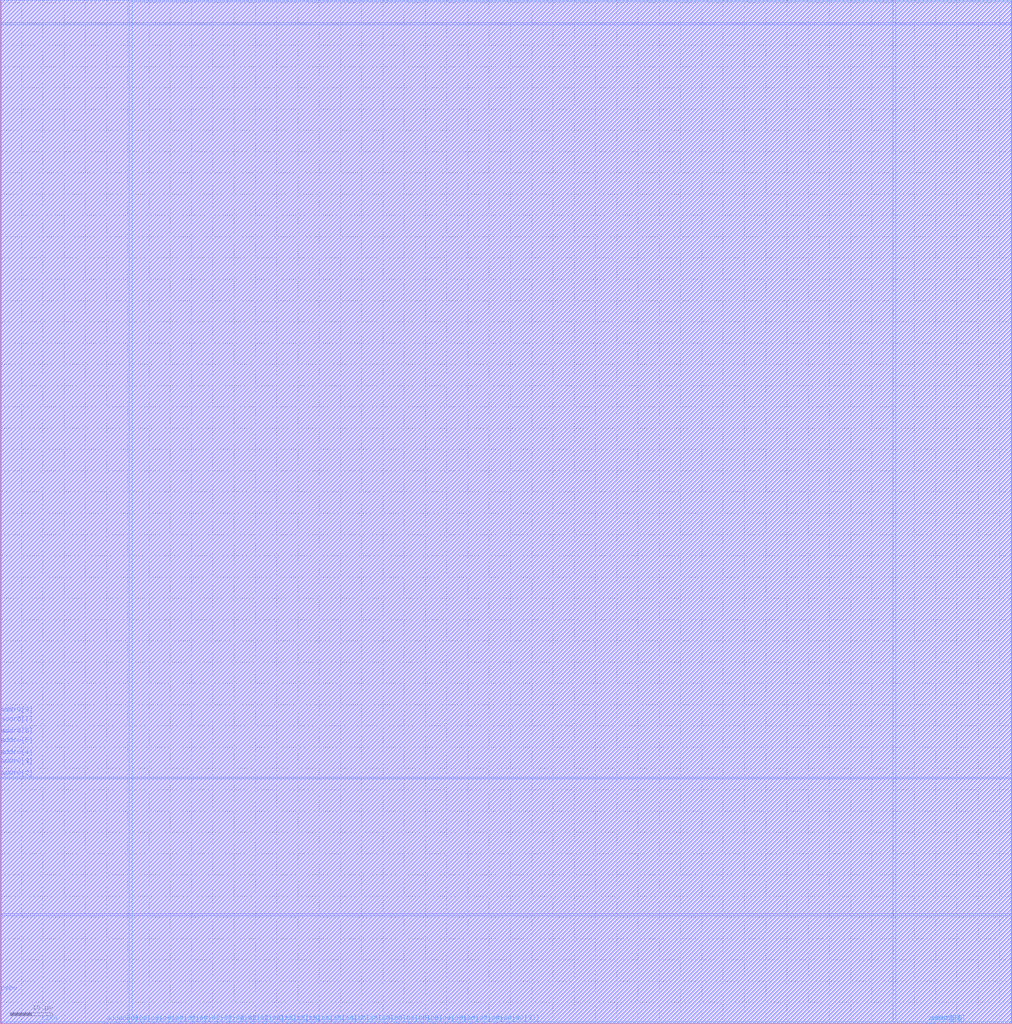
<source format=lef>
VERSION 5.4 ;
NAMESCASESENSITIVE ON ;
BUSBITCHARS "[]" ;
DIVIDERCHAR "/" ;
UNITS
  DATABASE MICRONS 2000 ;
END UNITS
MACRO sram_0rw1r1w_32_512_freepdk45
   CLASS BLOCK ;
   SIZE 237.995 BY 240.69 ;
   SYMMETRY X Y R90 ;
   PIN din0[0]
      DIRECTION INPUT ;
      PORT
         LAYER metal4 ;
         RECT  30.5625 0.0 30.7025 0.14 ;
      END
   END din0[0]
   PIN din0[1]
      DIRECTION INPUT ;
      PORT
         LAYER metal4 ;
         RECT  33.4225 0.0 33.5625 0.14 ;
      END
   END din0[1]
   PIN din0[2]
      DIRECTION INPUT ;
      PORT
         LAYER metal4 ;
         RECT  36.2825 0.0 36.4225 0.14 ;
      END
   END din0[2]
   PIN din0[3]
      DIRECTION INPUT ;
      PORT
         LAYER metal4 ;
         RECT  39.1425 0.0 39.2825 0.14 ;
      END
   END din0[3]
   PIN din0[4]
      DIRECTION INPUT ;
      PORT
         LAYER metal4 ;
         RECT  42.0025 0.0 42.1425 0.14 ;
      END
   END din0[4]
   PIN din0[5]
      DIRECTION INPUT ;
      PORT
         LAYER metal4 ;
         RECT  44.8625 0.0 45.0025 0.14 ;
      END
   END din0[5]
   PIN din0[6]
      DIRECTION INPUT ;
      PORT
         LAYER metal4 ;
         RECT  47.7225 0.0 47.8625 0.14 ;
      END
   END din0[6]
   PIN din0[7]
      DIRECTION INPUT ;
      PORT
         LAYER metal4 ;
         RECT  50.5825 0.0 50.7225 0.14 ;
      END
   END din0[7]
   PIN din0[8]
      DIRECTION INPUT ;
      PORT
         LAYER metal4 ;
         RECT  53.4425 0.0 53.5825 0.14 ;
      END
   END din0[8]
   PIN din0[9]
      DIRECTION INPUT ;
      PORT
         LAYER metal4 ;
         RECT  56.3025 0.0 56.4425 0.14 ;
      END
   END din0[9]
   PIN din0[10]
      DIRECTION INPUT ;
      PORT
         LAYER metal4 ;
         RECT  59.1625 0.0 59.3025 0.14 ;
      END
   END din0[10]
   PIN din0[11]
      DIRECTION INPUT ;
      PORT
         LAYER metal4 ;
         RECT  62.0225 0.0 62.1625 0.14 ;
      END
   END din0[11]
   PIN din0[12]
      DIRECTION INPUT ;
      PORT
         LAYER metal4 ;
         RECT  64.8825 0.0 65.0225 0.14 ;
      END
   END din0[12]
   PIN din0[13]
      DIRECTION INPUT ;
      PORT
         LAYER metal4 ;
         RECT  67.7425 0.0 67.8825 0.14 ;
      END
   END din0[13]
   PIN din0[14]
      DIRECTION INPUT ;
      PORT
         LAYER metal4 ;
         RECT  70.6025 0.0 70.7425 0.14 ;
      END
   END din0[14]
   PIN din0[15]
      DIRECTION INPUT ;
      PORT
         LAYER metal4 ;
         RECT  73.4625 0.0 73.6025 0.14 ;
      END
   END din0[15]
   PIN din0[16]
      DIRECTION INPUT ;
      PORT
         LAYER metal4 ;
         RECT  76.3225 0.0 76.4625 0.14 ;
      END
   END din0[16]
   PIN din0[17]
      DIRECTION INPUT ;
      PORT
         LAYER metal4 ;
         RECT  79.1825 0.0 79.3225 0.14 ;
      END
   END din0[17]
   PIN din0[18]
      DIRECTION INPUT ;
      PORT
         LAYER metal4 ;
         RECT  82.0425 0.0 82.1825 0.14 ;
      END
   END din0[18]
   PIN din0[19]
      DIRECTION INPUT ;
      PORT
         LAYER metal4 ;
         RECT  84.9025 0.0 85.0425 0.14 ;
      END
   END din0[19]
   PIN din0[20]
      DIRECTION INPUT ;
      PORT
         LAYER metal4 ;
         RECT  87.7625 0.0 87.9025 0.14 ;
      END
   END din0[20]
   PIN din0[21]
      DIRECTION INPUT ;
      PORT
         LAYER metal4 ;
         RECT  90.6225 0.0 90.7625 0.14 ;
      END
   END din0[21]
   PIN din0[22]
      DIRECTION INPUT ;
      PORT
         LAYER metal4 ;
         RECT  93.4825 0.0 93.6225 0.14 ;
      END
   END din0[22]
   PIN din0[23]
      DIRECTION INPUT ;
      PORT
         LAYER metal4 ;
         RECT  96.3425 0.0 96.4825 0.14 ;
      END
   END din0[23]
   PIN din0[24]
      DIRECTION INPUT ;
      PORT
         LAYER metal4 ;
         RECT  99.2025 0.0 99.3425 0.14 ;
      END
   END din0[24]
   PIN din0[25]
      DIRECTION INPUT ;
      PORT
         LAYER metal4 ;
         RECT  102.0625 0.0 102.2025 0.14 ;
      END
   END din0[25]
   PIN din0[26]
      DIRECTION INPUT ;
      PORT
         LAYER metal4 ;
         RECT  104.9225 0.0 105.0625 0.14 ;
      END
   END din0[26]
   PIN din0[27]
      DIRECTION INPUT ;
      PORT
         LAYER metal4 ;
         RECT  107.7825 0.0 107.9225 0.14 ;
      END
   END din0[27]
   PIN din0[28]
      DIRECTION INPUT ;
      PORT
         LAYER metal4 ;
         RECT  110.6425 0.0 110.7825 0.14 ;
      END
   END din0[28]
   PIN din0[29]
      DIRECTION INPUT ;
      PORT
         LAYER metal4 ;
         RECT  113.5025 0.0 113.6425 0.14 ;
      END
   END din0[29]
   PIN din0[30]
      DIRECTION INPUT ;
      PORT
         LAYER metal4 ;
         RECT  116.3625 0.0 116.5025 0.14 ;
      END
   END din0[30]
   PIN din0[31]
      DIRECTION INPUT ;
      PORT
         LAYER metal4 ;
         RECT  119.2225 0.0 119.3625 0.14 ;
      END
   END din0[31]
   PIN addr0[0]
      DIRECTION INPUT ;
      PORT
         LAYER metal4 ;
         RECT  24.8425 0.0 24.9825 0.14 ;
      END
   END addr0[0]
   PIN addr0[1]
      DIRECTION INPUT ;
      PORT
         LAYER metal4 ;
         RECT  27.7025 0.0 27.8425 0.14 ;
      END
   END addr0[1]
   PIN addr0[2]
      DIRECTION INPUT ;
      PORT
         LAYER metal3 ;
         RECT  0.0 57.69 0.14 57.83 ;
      END
   END addr0[2]
   PIN addr0[3]
      DIRECTION INPUT ;
      PORT
         LAYER metal3 ;
         RECT  0.0 60.42 0.14 60.56 ;
      END
   END addr0[3]
   PIN addr0[4]
      DIRECTION INPUT ;
      PORT
         LAYER metal3 ;
         RECT  0.0 62.63 0.14 62.77 ;
      END
   END addr0[4]
   PIN addr0[5]
      DIRECTION INPUT ;
      PORT
         LAYER metal3 ;
         RECT  0.0 65.36 0.14 65.5 ;
      END
   END addr0[5]
   PIN addr0[6]
      DIRECTION INPUT ;
      PORT
         LAYER metal3 ;
         RECT  0.0 67.57 0.14 67.71 ;
      END
   END addr0[6]
   PIN addr0[7]
      DIRECTION INPUT ;
      PORT
         LAYER metal3 ;
         RECT  0.0 70.3 0.14 70.44 ;
      END
   END addr0[7]
   PIN addr0[8]
      DIRECTION INPUT ;
      PORT
         LAYER metal3 ;
         RECT  0.0 72.51 0.14 72.65 ;
      END
   END addr0[8]
   PIN addr1[0]
      DIRECTION INPUT ;
      PORT
         LAYER metal4 ;
         RECT  210.1525 240.55 210.2925 240.69 ;
      END
   END addr1[0]
   PIN addr1[1]
      DIRECTION INPUT ;
      PORT
         LAYER metal4 ;
         RECT  207.2925 240.55 207.4325 240.69 ;
      END
   END addr1[1]
   PIN addr1[2]
      DIRECTION INPUT ;
      PORT
         LAYER metal3 ;
         RECT  237.855 25.58 237.995 25.72 ;
      END
   END addr1[2]
   PIN addr1[3]
      DIRECTION INPUT ;
      PORT
         LAYER metal3 ;
         RECT  237.855 22.85 237.995 22.99 ;
      END
   END addr1[3]
   PIN addr1[4]
      DIRECTION INPUT ;
      PORT
         LAYER metal3 ;
         RECT  237.855 20.64 237.995 20.78 ;
      END
   END addr1[4]
   PIN addr1[5]
      DIRECTION INPUT ;
      PORT
         LAYER metal4 ;
         RECT  218.16 0.0 218.3 0.14 ;
      END
   END addr1[5]
   PIN addr1[6]
      DIRECTION INPUT ;
      PORT
         LAYER metal4 ;
         RECT  219.3 0.0 219.44 0.14 ;
      END
   END addr1[6]
   PIN addr1[7]
      DIRECTION INPUT ;
      PORT
         LAYER metal4 ;
         RECT  218.445 0.0 218.585 0.14 ;
      END
   END addr1[7]
   PIN addr1[8]
      DIRECTION INPUT ;
      PORT
         LAYER metal4 ;
         RECT  218.73 0.0 218.87 0.14 ;
      END
   END addr1[8]
   PIN csb0
      DIRECTION INPUT ;
      PORT
         LAYER metal3 ;
         RECT  0.0 7.12 0.14 7.26 ;
      END
   END csb0
   PIN csb1
      DIRECTION INPUT ;
      PORT
         LAYER metal3 ;
         RECT  237.855 234.96 237.995 235.1 ;
      END
   END csb1
   PIN clk0
      DIRECTION INPUT ;
      PORT
         LAYER metal4 ;
         RECT  9.56 0.0 9.7 0.14 ;
      END
   END clk0
   PIN clk1
      DIRECTION INPUT ;
      PORT
         LAYER metal4 ;
         RECT  228.295 240.55 228.435 240.69 ;
      END
   END clk1
   PIN dout1[0]
      DIRECTION OUTPUT ;
      PORT
         LAYER metal4 ;
         RECT  43.6575 240.55 43.7975 240.69 ;
      END
   END dout1[0]
   PIN dout1[1]
      DIRECTION OUTPUT ;
      PORT
         LAYER metal4 ;
         RECT  48.3575 240.55 48.4975 240.69 ;
      END
   END dout1[1]
   PIN dout1[2]
      DIRECTION OUTPUT ;
      PORT
         LAYER metal4 ;
         RECT  53.0575 240.55 53.1975 240.69 ;
      END
   END dout1[2]
   PIN dout1[3]
      DIRECTION OUTPUT ;
      PORT
         LAYER metal4 ;
         RECT  57.7575 240.55 57.8975 240.69 ;
      END
   END dout1[3]
   PIN dout1[4]
      DIRECTION OUTPUT ;
      PORT
         LAYER metal4 ;
         RECT  62.4575 240.55 62.5975 240.69 ;
      END
   END dout1[4]
   PIN dout1[5]
      DIRECTION OUTPUT ;
      PORT
         LAYER metal4 ;
         RECT  67.1575 240.55 67.2975 240.69 ;
      END
   END dout1[5]
   PIN dout1[6]
      DIRECTION OUTPUT ;
      PORT
         LAYER metal4 ;
         RECT  71.8575 240.55 71.9975 240.69 ;
      END
   END dout1[6]
   PIN dout1[7]
      DIRECTION OUTPUT ;
      PORT
         LAYER metal4 ;
         RECT  76.5575 240.55 76.6975 240.69 ;
      END
   END dout1[7]
   PIN dout1[8]
      DIRECTION OUTPUT ;
      PORT
         LAYER metal4 ;
         RECT  81.2575 240.55 81.3975 240.69 ;
      END
   END dout1[8]
   PIN dout1[9]
      DIRECTION OUTPUT ;
      PORT
         LAYER metal4 ;
         RECT  85.9575 240.55 86.0975 240.69 ;
      END
   END dout1[9]
   PIN dout1[10]
      DIRECTION OUTPUT ;
      PORT
         LAYER metal4 ;
         RECT  90.6575 240.55 90.7975 240.69 ;
      END
   END dout1[10]
   PIN dout1[11]
      DIRECTION OUTPUT ;
      PORT
         LAYER metal4 ;
         RECT  95.3575 240.55 95.4975 240.69 ;
      END
   END dout1[11]
   PIN dout1[12]
      DIRECTION OUTPUT ;
      PORT
         LAYER metal4 ;
         RECT  100.0575 240.55 100.1975 240.69 ;
      END
   END dout1[12]
   PIN dout1[13]
      DIRECTION OUTPUT ;
      PORT
         LAYER metal4 ;
         RECT  104.7575 240.55 104.8975 240.69 ;
      END
   END dout1[13]
   PIN dout1[14]
      DIRECTION OUTPUT ;
      PORT
         LAYER metal4 ;
         RECT  109.4575 240.55 109.5975 240.69 ;
      END
   END dout1[14]
   PIN dout1[15]
      DIRECTION OUTPUT ;
      PORT
         LAYER metal4 ;
         RECT  114.1575 240.55 114.2975 240.69 ;
      END
   END dout1[15]
   PIN dout1[16]
      DIRECTION OUTPUT ;
      PORT
         LAYER metal4 ;
         RECT  118.8575 240.55 118.9975 240.69 ;
      END
   END dout1[16]
   PIN dout1[17]
      DIRECTION OUTPUT ;
      PORT
         LAYER metal4 ;
         RECT  123.5575 240.55 123.6975 240.69 ;
      END
   END dout1[17]
   PIN dout1[18]
      DIRECTION OUTPUT ;
      PORT
         LAYER metal4 ;
         RECT  128.2575 240.55 128.3975 240.69 ;
      END
   END dout1[18]
   PIN dout1[19]
      DIRECTION OUTPUT ;
      PORT
         LAYER metal4 ;
         RECT  132.9575 240.55 133.0975 240.69 ;
      END
   END dout1[19]
   PIN dout1[20]
      DIRECTION OUTPUT ;
      PORT
         LAYER metal4 ;
         RECT  137.6575 240.55 137.7975 240.69 ;
      END
   END dout1[20]
   PIN dout1[21]
      DIRECTION OUTPUT ;
      PORT
         LAYER metal4 ;
         RECT  142.3575 240.55 142.4975 240.69 ;
      END
   END dout1[21]
   PIN dout1[22]
      DIRECTION OUTPUT ;
      PORT
         LAYER metal4 ;
         RECT  147.0575 240.55 147.1975 240.69 ;
      END
   END dout1[22]
   PIN dout1[23]
      DIRECTION OUTPUT ;
      PORT
         LAYER metal4 ;
         RECT  151.7575 240.55 151.8975 240.69 ;
      END
   END dout1[23]
   PIN dout1[24]
      DIRECTION OUTPUT ;
      PORT
         LAYER metal4 ;
         RECT  156.4575 240.55 156.5975 240.69 ;
      END
   END dout1[24]
   PIN dout1[25]
      DIRECTION OUTPUT ;
      PORT
         LAYER metal4 ;
         RECT  161.1575 240.55 161.2975 240.69 ;
      END
   END dout1[25]
   PIN dout1[26]
      DIRECTION OUTPUT ;
      PORT
         LAYER metal4 ;
         RECT  165.8575 240.55 165.9975 240.69 ;
      END
   END dout1[26]
   PIN dout1[27]
      DIRECTION OUTPUT ;
      PORT
         LAYER metal4 ;
         RECT  170.5575 240.55 170.6975 240.69 ;
      END
   END dout1[27]
   PIN dout1[28]
      DIRECTION OUTPUT ;
      PORT
         LAYER metal4 ;
         RECT  175.2575 240.55 175.3975 240.69 ;
      END
   END dout1[28]
   PIN dout1[29]
      DIRECTION OUTPUT ;
      PORT
         LAYER metal4 ;
         RECT  179.9575 240.55 180.0975 240.69 ;
      END
   END dout1[29]
   PIN dout1[30]
      DIRECTION OUTPUT ;
      PORT
         LAYER metal4 ;
         RECT  184.6575 240.55 184.7975 240.69 ;
      END
   END dout1[30]
   PIN dout1[31]
      DIRECTION OUTPUT ;
      PORT
         LAYER metal4 ;
         RECT  189.3575 240.55 189.4975 240.69 ;
      END
   END dout1[31]
   PIN vdd
      DIRECTION INOUT ;
      USE POWER ; 
      SHAPE ABUTMENT ; 
      PORT
      END
   END vdd
   PIN gnd
      DIRECTION INOUT ;
      USE GROUND ; 
      SHAPE ABUTMENT ; 
      PORT
      END
   END gnd
   OBS
   LAYER  metal1 ;
      RECT  0.14 0.14 237.855 240.55 ;
   LAYER  metal2 ;
      RECT  0.14 0.14 237.855 240.55 ;
   LAYER  metal3 ;
      RECT  0.28 57.55 237.855 57.97 ;
      RECT  0.14 57.97 0.28 60.28 ;
      RECT  0.14 60.7 0.28 62.49 ;
      RECT  0.14 62.91 0.28 65.22 ;
      RECT  0.14 65.64 0.28 67.43 ;
      RECT  0.14 67.85 0.28 70.16 ;
      RECT  0.14 70.58 0.28 72.37 ;
      RECT  0.14 72.79 0.28 240.55 ;
      RECT  0.28 0.14 237.715 25.44 ;
      RECT  0.28 25.44 237.715 25.86 ;
      RECT  0.28 25.86 237.715 57.55 ;
      RECT  237.715 25.86 237.855 57.55 ;
      RECT  237.715 23.13 237.855 25.44 ;
      RECT  237.715 0.14 237.855 20.5 ;
      RECT  237.715 20.92 237.855 22.71 ;
      RECT  0.14 0.14 0.28 6.98 ;
      RECT  0.14 7.4 0.28 57.55 ;
      RECT  0.28 57.97 237.715 234.82 ;
      RECT  0.28 234.82 237.715 235.24 ;
      RECT  0.28 235.24 237.715 240.55 ;
      RECT  237.715 57.97 237.855 234.82 ;
      RECT  237.715 235.24 237.855 240.55 ;
   LAYER  metal4 ;
      RECT  0.14 0.42 30.2825 240.55 ;
      RECT  30.2825 0.42 30.9825 240.55 ;
      RECT  30.9825 0.14 33.1425 0.42 ;
      RECT  33.8425 0.14 36.0025 0.42 ;
      RECT  36.7025 0.14 38.8625 0.42 ;
      RECT  39.5625 0.14 41.7225 0.42 ;
      RECT  42.4225 0.14 44.5825 0.42 ;
      RECT  45.2825 0.14 47.4425 0.42 ;
      RECT  48.1425 0.14 50.3025 0.42 ;
      RECT  51.0025 0.14 53.1625 0.42 ;
      RECT  53.8625 0.14 56.0225 0.42 ;
      RECT  56.7225 0.14 58.8825 0.42 ;
      RECT  59.5825 0.14 61.7425 0.42 ;
      RECT  62.4425 0.14 64.6025 0.42 ;
      RECT  65.3025 0.14 67.4625 0.42 ;
      RECT  68.1625 0.14 70.3225 0.42 ;
      RECT  71.0225 0.14 73.1825 0.42 ;
      RECT  73.8825 0.14 76.0425 0.42 ;
      RECT  76.7425 0.14 78.9025 0.42 ;
      RECT  79.6025 0.14 81.7625 0.42 ;
      RECT  82.4625 0.14 84.6225 0.42 ;
      RECT  85.3225 0.14 87.4825 0.42 ;
      RECT  88.1825 0.14 90.3425 0.42 ;
      RECT  91.0425 0.14 93.2025 0.42 ;
      RECT  93.9025 0.14 96.0625 0.42 ;
      RECT  96.7625 0.14 98.9225 0.42 ;
      RECT  99.6225 0.14 101.7825 0.42 ;
      RECT  102.4825 0.14 104.6425 0.42 ;
      RECT  105.3425 0.14 107.5025 0.42 ;
      RECT  108.2025 0.14 110.3625 0.42 ;
      RECT  111.0625 0.14 113.2225 0.42 ;
      RECT  113.9225 0.14 116.0825 0.42 ;
      RECT  116.7825 0.14 118.9425 0.42 ;
      RECT  25.2625 0.14 27.4225 0.42 ;
      RECT  28.1225 0.14 30.2825 0.42 ;
      RECT  30.9825 0.42 209.8725 240.27 ;
      RECT  209.8725 0.42 210.5725 240.27 ;
      RECT  210.5725 0.42 237.855 240.27 ;
      RECT  207.7125 240.27 209.8725 240.55 ;
      RECT  119.6425 0.14 217.88 0.42 ;
      RECT  219.72 0.14 237.855 0.42 ;
      RECT  0.14 0.14 9.28 0.42 ;
      RECT  9.98 0.14 24.5625 0.42 ;
      RECT  210.5725 240.27 228.015 240.55 ;
      RECT  228.715 240.27 237.855 240.55 ;
      RECT  30.9825 240.27 43.3775 240.55 ;
      RECT  44.0775 240.27 48.0775 240.55 ;
      RECT  48.7775 240.27 52.7775 240.55 ;
      RECT  53.4775 240.27 57.4775 240.55 ;
      RECT  58.1775 240.27 62.1775 240.55 ;
      RECT  62.8775 240.27 66.8775 240.55 ;
      RECT  67.5775 240.27 71.5775 240.55 ;
      RECT  72.2775 240.27 76.2775 240.55 ;
      RECT  76.9775 240.27 80.9775 240.55 ;
      RECT  81.6775 240.27 85.6775 240.55 ;
      RECT  86.3775 240.27 90.3775 240.55 ;
      RECT  91.0775 240.27 95.0775 240.55 ;
      RECT  95.7775 240.27 99.7775 240.55 ;
      RECT  100.4775 240.27 104.4775 240.55 ;
      RECT  105.1775 240.27 109.1775 240.55 ;
      RECT  109.8775 240.27 113.8775 240.55 ;
      RECT  114.5775 240.27 118.5775 240.55 ;
      RECT  119.2775 240.27 123.2775 240.55 ;
      RECT  123.9775 240.27 127.9775 240.55 ;
      RECT  128.6775 240.27 132.6775 240.55 ;
      RECT  133.3775 240.27 137.3775 240.55 ;
      RECT  138.0775 240.27 142.0775 240.55 ;
      RECT  142.7775 240.27 146.7775 240.55 ;
      RECT  147.4775 240.27 151.4775 240.55 ;
      RECT  152.1775 240.27 156.1775 240.55 ;
      RECT  156.8775 240.27 160.8775 240.55 ;
      RECT  161.5775 240.27 165.5775 240.55 ;
      RECT  166.2775 240.27 170.2775 240.55 ;
      RECT  170.9775 240.27 174.9775 240.55 ;
      RECT  175.6775 240.27 179.6775 240.55 ;
      RECT  180.3775 240.27 184.3775 240.55 ;
      RECT  185.0775 240.27 189.0775 240.55 ;
      RECT  189.7775 240.27 207.0125 240.55 ;
   END
END    sram_0rw1r1w_32_512_freepdk45
END    LIBRARY

</source>
